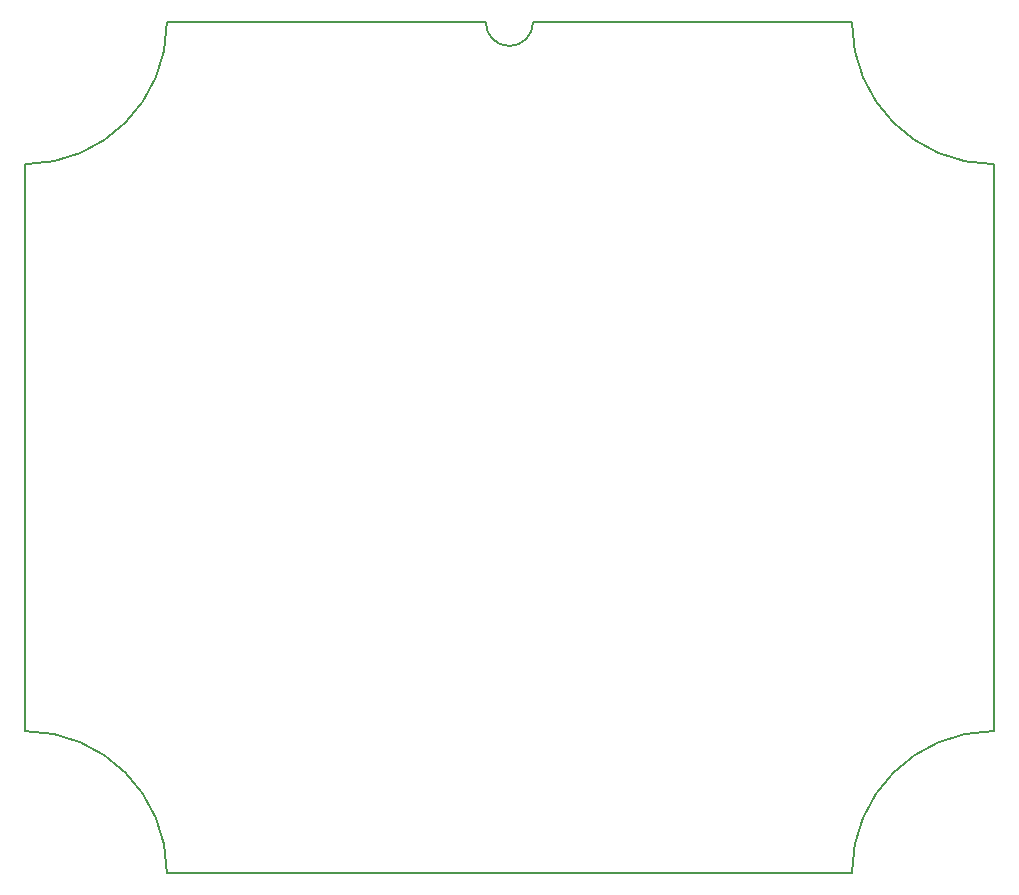
<source format=gbo>
G04 #@! TF.FileFunction,Legend,Bot*
%FSLAX46Y46*%
G04 Gerber Fmt 4.6, Leading zero omitted, Abs format (unit mm)*
G04 Created by KiCad (PCBNEW 4.0.7-e2-6376~58~ubuntu16.04.1) date Wed Jun 27 21:13:31 2018*
%MOMM*%
%LPD*%
G01*
G04 APERTURE LIST*
%ADD10C,0.100000*%
%ADD11C,0.150000*%
G04 APERTURE END LIST*
D10*
D11*
X160000000Y-74000000D02*
X170000000Y-74000000D01*
X112000000Y-74000000D02*
X139000000Y-74000000D01*
X141000000Y-76000000D02*
G75*
G03X143000000Y-74000000I0J2000000D01*
G01*
X139000000Y-74000000D02*
G75*
G03X141000000Y-76000000I2000000J0D01*
G01*
X143000000Y-74000000D02*
X160000000Y-74000000D01*
X112000000Y-146000000D02*
G75*
G03X100000000Y-134000000I-12000000J0D01*
G01*
X100000000Y-86000000D02*
X100000000Y-134000000D01*
X182000000Y-86000000D02*
X182000000Y-134000000D01*
X112000000Y-146000000D02*
X170000000Y-146000000D01*
X170000000Y-74000000D02*
G75*
G03X182000000Y-86000000I12000000J0D01*
G01*
X100000000Y-86000000D02*
G75*
G03X112000000Y-74000000I0J12000000D01*
G01*
X182000000Y-134000000D02*
G75*
G03X170000000Y-146000000I0J-12000000D01*
G01*
M02*

</source>
